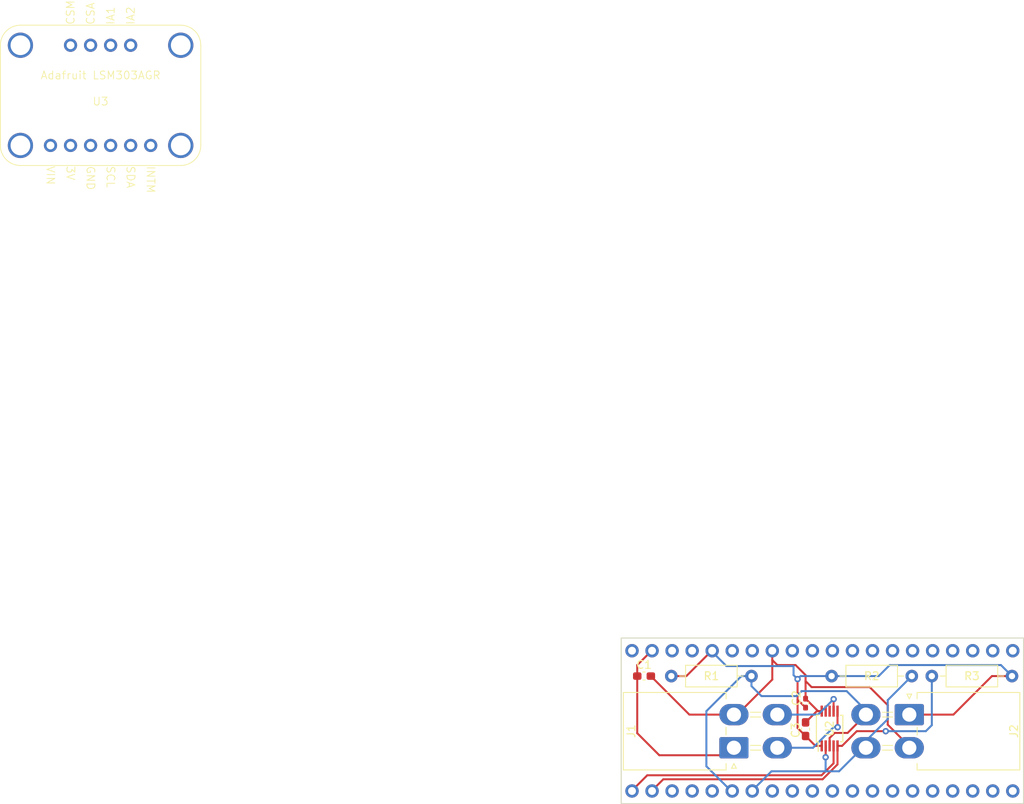
<source format=kicad_pcb>
(kicad_pcb (version 20221018) (generator pcbnew)
  (layers (0 "F.Cu" signal) (31 "B.Cu" signal) (34 "B.Paste" user) (35 "F.Paste" user) (36 "B.SilkS" user "B.Silkscreen") (37 "F.SilkS" user "F.Silkscreen") (38 "B.Mask" user) (39 "F.Mask" user) (44 "Edge.Cuts" user))
  (net 0 "")
  (net 1 "Net-(U1-GP0)")
  (net 2 "Net-(U1-GP1)")
  (net 6 "/SDA")
  (net 7 "/SCL")
  (net 33 "GND")
  (net 36 "/+3V3_2")
  (net 39 "/+3V3")
  (net 41 "/JoystickX")
  (net 42 "/JoystickY")
  (footprint "Resistor_THT:R_Axial_DIN0207_L6.3mm_D2.5mm_P10.16mm_Horizontal" (layer "F.Cu") (at 118.11 82.55)
    (fp_text reference "R3" (at 5.08 0) (layer "F.SilkS"))
    (fp_text value "100K")
    (fp_line (start 1.04 0) (end 1.81 0) (stroke (width 0.12)) (layer "F.SilkS"))
    (fp_line (start 1.81 -1.37) (end 1.81 1.37) (stroke (width 0.12)) (layer "F.SilkS"))
    (fp_line (start 1.81 1.37) (end 8.35 1.37) (stroke (width 0.12)) (layer "F.SilkS"))
    (fp_line (start 8.35 -1.37) (end 1.81 -1.37) (stroke (width 0.12)) (layer "F.SilkS"))
    (fp_line (start 8.35 1.37) (end 8.35 -1.37) (stroke (width 0.12)) (layer "F.SilkS"))
    (fp_line (start 9.12 0) (end 8.35 0) (stroke (width 0.12)) (layer "F.SilkS"))
    (pad "1" thru_hole circle (at 0 0) (size 1.6 1.6) (drill 0.8) (layers "*.Cu" "*.Mask") (net 2 "Net-(U1-GP1)"))
    (pad "2" thru_hole oval (at 10.16 0) (size 1.6 1.6) (drill 0.8) (layers "*.Cu" "*.Mask") (net 36 "/+3V3_2"))
  )
  (footprint "Connector_Molex:Molex_Mini-Fit_Jr_5569-04A2_2x02_P4.20mm_Horizontal" (layer "F.Cu") (at 115.255 87.435 -90)
    (fp_text reference "J2" (at 2.1 -13.269 90) (layer "F.SilkS"))
    (fp_text value "Magnetometer")
    (fp_line (start -2.81 -14.01) (end 2.1 -14.01) (stroke (width 0.12)) (layer "F.SilkS"))
    (fp_line (start -2.81 -0.99) (end -2.81 -14.01) (stroke (width 0.12)) (layer "F.SilkS"))
    (fp_line (start -2.6 -0.3) (end -2 0) (stroke (width 0.12)) (layer "F.SilkS"))
    (fp_line (start -2.6 0.3) (end -2.6 -0.3) (stroke (width 0.12)) (layer "F.SilkS"))
    (fp_line (start -2 -0.99) (end -2.81 -0.99) (stroke (width 0.12)) (layer "F.SilkS"))
    (fp_line (start -2 0) (end -2.6 0.3) (stroke (width 0.12)) (layer "F.SilkS"))
    (fp_line (start -0.3 2.11) (end -0.3 3.39) (stroke (width 0.12)) (layer "F.SilkS"))
    (fp_line (start 0.3 2.11) (end 0.3 3.39) (stroke (width 0.12)) (layer "F.SilkS"))
    (fp_line (start 1.61 -1) (end 2.59 -1) (stroke (width 0.12)) (layer "F.SilkS"))
    (fp_line (start 3.9 2.11) (end 3.9 3.39) (stroke (width 0.12)) (layer "F.SilkS"))
    (fp_line (start 4.5 2.11) (end 4.5 3.39) (stroke (width 0.12)) (layer "F.SilkS"))
    (fp_line (start 6.2 -0.99) (end 7.01 -0.99) (stroke (width 0.12)) (layer "F.SilkS"))
    (fp_line (start 7.01 -14.01) (end 2.1 -14.01) (stroke (width 0.12)) (layer "F.SilkS"))
    (fp_line (start 7.01 -0.99) (end 7.01 -14.01) (stroke (width 0.12)) (layer "F.SilkS"))
    (pad "" np_thru_hole circle (at 2.1 -7.3 270) (size 3 3) (drill 3) (layers "*.Cu" "*.Mask"))
    (pad "1" thru_hole roundrect (at 0 0 270) (size 2.7 3.7) (drill 1.8) (layers "*.Cu" "*.Mask") (roundrect_rratio 0.092593) (net 36 "/+3V3_2"))
    (pad "2" thru_hole oval (at 4.2 0 270) (size 2.7 3.7) (drill 1.8) (layers "*.Cu" "*.Mask") (net 33 "GND"))
    (pad "3" thru_hole oval (at 0 5.5 270) (size 2.7 3.7) (drill 1.8) (layers "*.Cu" "*.Mask") (net 6 "/SDA"))
    (pad "4" thru_hole oval (at 4.2 5.5 270) (size 2.7 3.7) (drill 1.8) (layers "*.Cu" "*.Mask") (net 7 "/SCL"))
  )
  (footprint "Capacitor_SMD:C_0603_1608Metric_Pad1.08x0.95mm_HandSolder" (layer "F.Cu") (at 102.108 89.281 -90)
    (fp_text reference "C3" (at 0.127 1.27 90) (layer "F.SilkS"))
    (fp_text value "10u")
    (fp_line (start -0.146267 -0.51) (end 0.146267 -0.51) (stroke (width 0.12)) (layer "F.SilkS"))
    (fp_line (start -0.146267 0.51) (end 0.146267 0.51) (stroke (width 0.12)) (layer "F.SilkS"))
    (pad "1" smd roundrect (at -0.8625 0 270) (size 1.075 0.95) (layers "F.Cu" "F.Paste" "F.Mask") (net 33 "GND"))
    (pad "2" smd roundrect (at 0.8625 0 270) (size 1.075 0.95) (layers "F.Cu" "F.Paste" "F.Mask") (net 36 "/+3V3_2"))
  )
  (footprint "custom_parts:adafruit_lsm303agr" (layer "F.Cu") (at 12.75 10.21)
    (fp_text reference "U3" (at 0 -0.5 unlocked) (layer "F.SilkS") (effects (font (thickness 0.1))))
    (fp_text value "~")
    (fp_text user "Adafruit LSM303AGR" (at 0 -3.81 unlocked) (layer "F.SilkS") (effects (font (thickness 0.1))))
    (fp_text user "SDA" (at 3.81 7.62 270 unlocked) (layer "F.SilkS") (effects (font (thickness 0.1)) (justify left)))
    (fp_text user "IA1" (at 1.27 -10.16 90 unlocked) (layer "F.SilkS") (effects (font (thickness 0.1)) (justify left)))
    (fp_text user "SCL" (at 1.27 7.62 270 unlocked) (layer "F.SilkS") (effects (font (thickness 0.1)) (justify left)))
    (fp_text user "GND" (at -1.27 7.62 270 unlocked) (layer "F.SilkS") (effects (font (thickness 0.1)) (justify left)))
    (fp_text user "VIN" (at -6.35 7.62 270 unlocked) (layer "F.SilkS") (effects (font (thickness 0.1)) (justify left)))
    (fp_text user "INTM" (at 6.35 7.62 270 unlocked) (layer "F.SilkS") (effects (font (thickness 0.1)) (justify left)))
    (fp_text user "CSM" (at -3.81 -10.16 90 unlocked) (layer "F.SilkS") (effects (font (thickness 0.1)) (justify left)))
    (fp_text user "IA2" (at 3.81 -10.16 90 unlocked) (layer "F.SilkS") (effects (font (thickness 0.1)) (justify left)))
    (fp_text user "CSA" (at -1.27 -10.16 90 unlocked) (layer "F.SilkS") (effects (font (thickness 0.1)) (justify left)))
    (fp_text user "3V" (at -3.81 7.62 270 unlocked) (layer "F.SilkS") (effects (font (thickness 0.1)) (justify left)))
    (fp_line (start -12.7 5.08) (end -12.7 -7.62) (stroke (width 0.1)) (layer "F.SilkS"))
    (fp_line (start -10.16 -10.16) (end 10.16 -10.16) (stroke (width 0.1)) (layer "F.SilkS"))
    (fp_line (start -10.16 7.62) (end 10.16 7.62) (stroke (width 0.1)) (layer "F.SilkS"))
    (fp_line (start 12.7 5.08) (end 12.7 -7.62) (stroke (width 0.1)) (layer "F.SilkS"))
    (fp_arc (start -12.7 -7.62) (mid -11.956051 -9.416051) (end -10.16 -10.16) (stroke (width 0.1)) (layer "F.SilkS"))
    (fp_arc (start -10.16 7.62) (mid -11.956051 6.876051) (end -12.7 5.08) (stroke (width 0.1)) (layer "F.SilkS"))
    (fp_arc (start 10.16 -10.16) (mid 11.956051 -9.416051) (end 12.7 -7.62) (stroke (width 0.1)) (layer "F.SilkS"))
    (fp_arc (start 12.7 5.08) (mid 11.956051 6.876051) (end 10.16 7.62) (stroke (width 0.1)) (layer "F.SilkS"))
    (pad "" thru_hole circle (at -10.16 -7.62) (size 3.2 3.2) (drill 2.5) (layers "*.Cu" "*.Mask"))
    (pad "" thru_hole circle (at -10.16 5.08) (size 3.2 3.2) (drill 2.5) (layers "*.Cu" "*.Mask"))
    (pad "" thru_hole circle (at 10.16 -7.62) (size 3.2 3.2) (drill 2.5) (layers "*.Cu" "*.Mask"))
    (pad "" thru_hole circle (at 10.16 5.08) (size 3.2 3.2) (drill 2.5) (layers "*.Cu" "*.Mask"))
    (pad "0" thru_hole circle (at -3.81 -7.62 90) (size 1.6764 1.6764) (drill 1) (layers "*.Cu" "*.Mask"))
    (pad "1" thru_hole circle (at -1.27 -7.62 90) (size 1.6764 1.6764) (drill 1) (layers "*.Cu" "*.Mask"))
    (pad "2" thru_hole circle (at 1.27 -7.62 90) (size 1.6764 1.6764) (drill 1) (layers "*.Cu" "*.Mask"))
    (pad "3" thru_hole circle (at 3.81 -7.62 90) (size 1.6764 1.6764) (drill 1) (layers "*.Cu" "*.Mask"))
    (pad "4" thru_hole circle (at -6.35 5.08 90) (size 1.6764 1.6764) (drill 1) (layers "*.Cu" "*.Mask"))
    (pad "5" thru_hole circle (at -3.81 5.08 90) (size 1.6764 1.6764) (drill 1) (layers "*.Cu" "*.Mask"))
    (pad "6" thru_hole circle (at -1.27 5.08 90) (size 1.6764 1.6764) (drill 1) (layers "*.Cu" "*.Mask"))
    (pad "7" thru_hole circle (at 1.27 5.08 90) (size 1.6764 1.6764) (drill 1) (layers "*.Cu" "*.Mask"))
    (pad "8" thru_hole circle (at 3.81 5.08 90) (size 1.6764 1.6764) (drill 1) (layers "*.Cu" "*.Mask"))
    (pad "9" thru_hole circle (at 6.35 5.08 90) (size 1.6764 1.6764) (drill 1) (layers "*.Cu" "*.Mask"))
  )
  (footprint "Connector_Molex:Molex_Mini-Fit_Jr_5569-04A2_2x02_P4.20mm_Horizontal" (layer "F.Cu") (at 93.025 91.635 90)
    (fp_text reference "J1" (at 2.1 -13.015 90) (layer "F.SilkS"))
    (fp_text value "Power/Signal Out")
    (fp_line (start -2.81 -14.01) (end 2.1 -14.01) (stroke (width 0.12)) (layer "F.SilkS"))
    (fp_line (start -2.81 -0.99) (end -2.81 -14.01) (stroke (width 0.12)) (layer "F.SilkS"))
    (fp_line (start -2.6 -0.3) (end -2 0) (stroke (width 0.12)) (layer "F.SilkS"))
    (fp_line (start -2.6 0.3) (end -2.6 -0.3) (stroke (width 0.12)) (layer "F.SilkS"))
    (fp_line (start -2 -0.99) (end -2.81 -0.99) (stroke (width 0.12)) (layer "F.SilkS"))
    (fp_line (start -2 0) (end -2.6 0.3) (stroke (width 0.12)) (layer "F.SilkS"))
    (fp_line (start -0.3 2.11) (end -0.3 3.39) (stroke (width 0.12)) (layer "F.SilkS"))
    (fp_line (start 0.3 2.11) (end 0.3 3.39) (stroke (width 0.12)) (layer "F.SilkS"))
    (fp_line (start 1.61 -1) (end 2.59 -1) (stroke (width 0.12)) (layer "F.SilkS"))
    (fp_line (start 3.9 2.11) (end 3.9 3.39) (stroke (width 0.12)) (layer "F.SilkS"))
    (fp_line (start 4.5 2.11) (end 4.5 3.39) (stroke (width 0.12)) (layer "F.SilkS"))
    (fp_line (start 6.2 -0.99) (end 7.01 -0.99) (stroke (width 0.12)) (layer "F.SilkS"))
    (fp_line (start 7.01 -14.01) (end 2.1 -14.01) (stroke (width 0.12)) (layer "F.SilkS"))
    (fp_line (start 7.01 -0.99) (end 7.01 -14.01) (stroke (width 0.12)) (layer "F.SilkS"))
    (pad "" np_thru_hole circle (at 2.1 -7.3 90) (size 3 3) (drill 3) (layers "*.Cu" "*.Mask"))
    (pad "1" thru_hole roundrect (at 0 0 90) (size 2.7 3.7) (drill 1.8) (layers "*.Cu" "*.Mask") (roundrect_rratio 0.092593) (net 39 "/+3V3"))
    (pad "2" thru_hole oval (at 4.2 0 90) (size 2.7 3.7) (drill 1.8) (layers "*.Cu" "*.Mask") (net 33 "GND"))
    (pad "3" thru_hole oval (at 0 5.5 90) (size 2.7 3.7) (drill 1.8) (layers "*.Cu" "*.Mask") (net 41 "/JoystickX"))
    (pad "4" thru_hole oval (at 4.2 5.5 90) (size 2.7 3.7) (drill 1.8) (layers "*.Cu" "*.Mask") (net 42 "/JoystickY"))
  )
  (footprint "Resistor_THT:R_Axial_DIN0207_L6.3mm_D2.5mm_P10.16mm_Horizontal" (layer "F.Cu") (at 105.41 82.55)
    (fp_text reference "R2" (at 5.08 0) (layer "F.SilkS"))
    (fp_text value "4K7")
    (fp_line (start 1.04 0) (end 1.81 0) (stroke (width 0.12)) (layer "F.SilkS"))
    (fp_line (start 1.81 -1.37) (end 1.81 1.37) (stroke (width 0.12)) (layer "F.SilkS"))
    (fp_line (start 1.81 1.37) (end 8.35 1.37) (stroke (width 0.12)) (layer "F.SilkS"))
    (fp_line (start 8.35 -1.37) (end 1.81 -1.37) (stroke (width 0.12)) (layer "F.SilkS"))
    (fp_line (start 8.35 1.37) (end 8.35 -1.37) (stroke (width 0.12)) (layer "F.SilkS"))
    (fp_line (start 9.12 0) (end 8.35 0) (stroke (width 0.12)) (layer "F.SilkS"))
    (pad "1" thru_hole circle (at 0 0) (size 1.6 1.6) (drill 0.8) (layers "*.Cu" "*.Mask") (net 36 "/+3V3_2"))
    (pad "2" thru_hole oval (at 10.16 0) (size 1.6 1.6) (drill 0.8) (layers "*.Cu" "*.Mask") (net 7 "/SCL"))
  )
  (footprint "Capacitor_SMD:C_0402_1005Metric_Pad0.74x0.62mm_HandSolder" (layer "F.Cu") (at 102.108 85.979 90)
    (fp_text reference "C2" (at 0.635 -1.16 90) (layer "F.SilkS"))
    (fp_text value "0.1u")
    (fp_line (start -0.115835 -0.36) (end 0.115835 -0.36) (stroke (width 0.12)) (layer "F.SilkS"))
    (fp_line (start -0.115835 0.36) (end 0.115835 0.36) (stroke (width 0.12)) (layer "F.SilkS"))
    (pad "1" smd roundrect (at -0.5675 0 90) (size 0.735 0.62) (layers "F.Cu" "F.Paste" "F.Mask") (net 36 "/+3V3_2"))
    (pad "2" smd roundrect (at 0.5675 0 90) (size 0.735 0.62) (layers "F.Cu" "F.Paste" "F.Mask") (net 33 "GND"))
  )
  (footprint "Capacitor_SMD:C_0603_1608Metric_Pad1.08x0.95mm_HandSolder" (layer "F.Cu") (at 81.6345 82.55)
    (fp_text reference "C1" (at 0 -1.43) (layer "F.SilkS"))
    (fp_text value "10u")
    (fp_line (start -0.146267 -0.51) (end 0.146267 -0.51) (stroke (width 0.12)) (layer "F.SilkS"))
    (fp_line (start -0.146267 0.51) (end 0.146267 0.51) (stroke (width 0.12)) (layer "F.SilkS"))
    (pad "1" smd roundrect (at -0.8625 0) (size 1.075 0.95) (layers "F.Cu" "F.Paste" "F.Mask") (net 39 "/+3V3"))
    (pad "2" smd roundrect (at 0.8625 0) (size 1.075 0.95) (layers "F.Cu" "F.Paste" "F.Mask") (net 33 "GND"))
  )
  (footprint "Package_SO:MSOP-10_3x3mm_P0.5mm" (layer "F.Cu") (at 105.156 89.195 90)
    (fp_text reference "U2" (at 0 0 90) (layer "F.SilkS"))
    (fp_text value "MCP4728")
    (fp_line (start -1.675 -1.675) (end -1.675 -1.45) (stroke (width 0.15)) (layer "F.SilkS"))
    (fp_line (start -1.675 -1.675) (end 1.675 -1.675) (stroke (width 0.15)) (layer "F.SilkS"))
    (fp_line (start -1.675 -1.45) (end -2.9 -1.45) (stroke (width 0.15)) (layer "F.SilkS"))
    (fp_line (start -1.675 1.675) (end -1.675 1.375) (stroke (width 0.15)) (layer "F.SilkS"))
    (fp_line (start -1.675 1.675) (end 1.675 1.675) (stroke (width 0.15)) (layer "F.SilkS"))
    (fp_line (start 1.675 -1.675) (end 1.675 -1.375) (stroke (width 0.15)) (layer "F.SilkS"))
    (fp_line (start 1.675 1.675) (end 1.675 1.375) (stroke (width 0.15)) (layer "F.SilkS"))
    (pad "1" smd rect (at -2.2 -1 90) (size 1.4 0.3) (layers "F.Cu" "F.Paste" "F.Mask") (net 36 "/+3V3_2"))
    (pad "2" smd rect (at -2.2 -0.5 90) (size 1.4 0.3) (layers "F.Cu" "F.Paste" "F.Mask") (net 7 "/SCL"))
    (pad "3" smd rect (at -2.2 0 90) (size 1.4 0.3) (layers "F.Cu" "F.Paste" "F.Mask") (net 6 "/SDA"))
    (pad "4" smd rect (at -2.2 0.5 90) (size 1.4 0.3) (layers "F.Cu" "F.Paste" "F.Mask") (net 1 "Net-(U1-GP0)"))
    (pad "5" smd rect (at -2.2 1 90) (size 1.4 0.3) (layers "F.Cu" "F.Paste" "F.Mask") (net 2 "Net-(U1-GP1)"))
    (pad "6" smd rect (at 2.2 1 90) (size 1.4 0.3) (layers "F.Cu" "F.Paste" "F.Mask") (net 41 "/JoystickX"))
    (pad "7" smd rect (at 2.2 0.5 90) (size 1.4 0.3) (layers "F.Cu" "F.Paste" "F.Mask") (net 42 "/JoystickY"))
    (pad "8" smd rect (at 2.2 0 90) (size 1.4 0.3) (layers "F.Cu" "F.Paste" "F.Mask"))
    (pad "9" smd rect (at 2.2 -0.5 90) (size 1.4 0.3) (layers "F.Cu" "F.Paste" "F.Mask"))
    (pad "10" smd rect (at 2.2 -1 90) (size 1.4 0.3) (layers "F.Cu" "F.Paste" "F.Mask") (net 33 "GND"))
  )
  (footprint "custom_parts:raspberry_pi_pico" (layer "F.Cu") (at 103.028 88.606)
    (fp_text reference "U1" hide)
    (fp_text value "raspberry_pi_pico")
    (fp_rect (start -24.288 -10.882) (end 26.712 10.118) (stroke (width 0.12)) (fill none) (layer "F.SilkS"))
    (pad "1" thru_hole circle (at -22.918 8.508 270) (size 1.7 1.7) (drill 1) (layers "*.Cu" "*.Mask") (net 1 "Net-(U1-GP0)"))
    (pad "2" thru_hole circle (at -20.378 8.508 270) (size 1.7 1.7) (drill 1) (layers "*.Cu" "*.Mask") (net 2 "Net-(U1-GP1)"))
    (pad "3" thru_hole circle (at -17.838 8.508 270) (size 1.7 1.7) (drill 1) (layers "*.Cu" "*.Mask"))
    (pad "4" thru_hole circle (at -15.298 8.508 270) (size 1.7 1.7) (drill 1) (layers "*.Cu" "*.Mask"))
    (pad "5" thru_hole circle (at -12.758 8.508 270) (size 1.7 1.7) (drill 1) (layers "*.Cu" "*.Mask"))
    (pad "6" thru_hole circle (at -10.218 8.508 270) (size 1.7 1.7) (drill 1) (layers "*.Cu" "*.Mask") (net 6 "/SDA"))
    (pad "7" thru_hole circle (at -7.678 8.508 270) (size 1.7 1.7) (drill 1) (layers "*.Cu" "*.Mask") (net 7 "/SCL"))
    (pad "8" thru_hole circle (at -5.138 8.508 270) (size 1.7 1.7) (drill 1) (layers "*.Cu" "*.Mask"))
    (pad "9" thru_hole circle (at -2.598 8.508 270) (size 1.7 1.7) (drill 1) (layers "*.Cu" "*.Mask"))
    (pad "10" thru_hole circle (at -0.058 8.508 270) (size 1.7 1.7) (drill 1) (layers "*.Cu" "*.Mask"))
    (pad "11" thru_hole circle (at 2.482 8.508 270) (size 1.7 1.7) (drill 1) (layers "*.Cu" "*.Mask"))
    (pad "12" thru_hole circle (at 5.022 8.508 270) (size 1.7 1.7) (drill 1) (layers "*.Cu" "*.Mask"))
    (pad "13" thru_hole circle (at 7.562 8.508 270) (size 1.7 1.7) (drill 1) (layers "*.Cu" "*.Mask"))
    (pad "14" thru_hole circle (at 10.102 8.508 270) (size 1.7 1.7) (drill 1) (layers "*.Cu" "*.Mask"))
    (pad "15" thru_hole circle (at 12.642 8.508 270) (size 1.7 1.7) (drill 1) (layers "*.Cu" "*.Mask"))
    (pad "16" thru_hole circle (at 15.182 8.508 270) (size 1.7 1.7) (drill 1) (layers "*.Cu" "*.Mask"))
    (pad "17" thru_hole circle (at 17.722 8.508 270) (size 1.7 1.7) (drill 1) (layers "*.Cu" "*.Mask"))
    (pad "18" thru_hole circle (at 20.262 8.508 270) (size 1.7 1.7) (drill 1) (layers "*.Cu" "*.Mask"))
    (pad "19" thru_hole circle (at 22.802 8.508 270) (size 1.7 1.7) (drill 1) (layers "*.Cu" "*.Mask"))
    (pad "20" thru_hole circle (at 25.342 8.508 270) (size 1.7 1.7) (drill 1) (layers "*.Cu" "*.Mask"))
    (pad "21" thru_hole circle (at 25.342 -9.272 270) (size 1.7 1.7) (drill 1) (layers "*.Cu" "*.Mask"))
    (pad "22" thru_hole circle (at 22.802 -9.272 270) (size 1.7 1.7) (drill 1) (layers "*.Cu" "*.Mask"))
    (pad "23" thru_hole circle (at 20.262 -9.272 270) (size 1.7 1.7) (drill 1) (layers "*.Cu" "*.Mask"))
    (pad "24" thru_hole circle (at 17.722 -9.272 270) (size 1.7 1.7) (drill 1) (layers "*.Cu" "*.Mask"))
    (pad "25" thru_hole circle (at 15.182 -9.272 270) (size 1.7 1.7) (drill 1) (layers "*.Cu" "*.Mask"))
    (pad "26" thru_hole circle (at 12.642 -9.272 270) (size 1.7 1.7) (drill 1) (layers "*.Cu" "*.Mask"))
    (pad "27" thru_hole circle (at 10.102 -9.272 270) (size 1.7 1.7) (drill 1) (layers "*.Cu" "*.Mask"))
    (pad "28" thru_hole circle (at 7.562 -9.272 270) (size 1.7 1.7) (drill 1) (layers "*.Cu" "*.Mask"))
    (pad "29" thru_hole circle (at 5.022 -9.272 270) (size 1.7 1.7) (drill 1) (layers "*.Cu" "*.Mask"))
    (pad "30" thru_hole circle (at 2.482 -9.272 270) (size 1.7 1.7) (drill 1) (layers "*.Cu" "*.Mask"))
    (pad "31" thru_hole circle (at -0.058 -9.272 270) (size 1.7 1.7) (drill 1) (layers "*.Cu" "*.Mask"))
    (pad "32" thru_hole circle (at -2.598 -9.272 270) (size 1.7 1.7) (drill 1) (layers "*.Cu" "*.Mask"))
    (pad "33" thru_hole circle (at -5.138 -9.272 270) (size 1.7 1.7) (drill 1) (layers "*.Cu" "*.Mask") (net 33 "GND"))
    (pad "34" thru_hole circle (at -7.678 -9.272 270) (size 1.7 1.7) (drill 1) (layers "*.Cu" "*.Mask"))
    (pad "35" thru_hole circle (at -10.218 -9.272 270) (size 1.7 1.7) (drill 1) (layers "*.Cu" "*.Mask"))
    (pad "36" thru_hole circle (at -12.758 -9.272 270) (size 1.7 1.7) (drill 1) (layers "*.Cu" "*.Mask") (net 36 "/+3V3_2"))
    (pad "37" thru_hole circle (at -15.298 -9.272 270) (size 1.7 1.7) (drill 1) (layers "*.Cu" "*.Mask"))
    (pad "38" thru_hole circle (at -17.838 -9.272 270) (size 1.7 1.7) (drill 1) (layers "*.Cu" "*.Mask"))
    (pad "39" thru_hole circle (at -20.378 -9.272 270) (size 1.7 1.7) (drill 1) (layers "*.Cu" "*.Mask") (net 39 "/+3V3"))
    (pad "40" thru_hole circle (at -22.918 -9.272 270) (size 1.7 1.7) (drill 1) (layers "*.Cu" "*.Mask"))
  )
  (footprint "Resistor_THT:R_Axial_DIN0207_L6.3mm_D2.5mm_P10.16mm_Horizontal" (layer "F.Cu") (at 85.09 82.55)
    (fp_text reference "R1" (at 5.08 0) (layer "F.SilkS"))
    (fp_text value "4K7")
    (fp_line (start 1.04 0) (end 1.81 0) (stroke (width 0.12)) (layer "F.SilkS"))
    (fp_line (start 1.81 -1.37) (end 1.81 1.37) (stroke (width 0.12)) (layer "F.SilkS"))
    (fp_line (start 1.81 1.37) (end 8.35 1.37) (stroke (width 0.12)) (layer "F.SilkS"))
    (fp_line (start 8.35 -1.37) (end 1.81 -1.37) (stroke (width 0.12)) (layer "F.SilkS"))
    (fp_line (start 8.35 1.37) (end 8.35 -1.37) (stroke (width 0.12)) (layer "F.SilkS"))
    (fp_line (start 9.12 0) (end 8.35 0) (stroke (width 0.12)) (layer "F.SilkS"))
    (pad "1" thru_hole circle (at 0 0) (size 1.6 1.6) (drill 0.8) (layers "*.Cu" "*.Mask") (net 36 "/+3V3_2"))
    (pad "2" thru_hole oval (at 10.16 0) (size 1.6 1.6) (drill 0.8) (layers "*.Cu" "*.Mask") (net 6 "/SDA"))
  )
  (gr_rect (start 78.74 77.724) (end 129.74 98.724) (stroke (width 0.1)) (fill none) (layer "Edge.Cuts"))
  (segment (start 105.656 91.395) (end 105.656 93.607) (width 0.25) (layer "F.Cu") (net 1))
  (segment (start 104.14 95.123) (end 82.042 95.123) (width 0.25) (layer "F.Cu") (net 1))
  (segment (start 105.656 93.607) (end 104.14 95.123) (width 0.25) (layer "F.Cu") (net 1))
  (segment (start 82.042 95.123) (end 80.01 97.155) (width 0.25) (layer "F.Cu") (net 1))
  (segment (start 84.074 95.631) (end 82.55 97.155) (width 0.25) (layer "F.Cu") (net 2))
  (segment (start 106.735096 91.395) (end 106.156 91.395) (width 0.25) (layer "F.Cu") (net 2))
  (segment (start 106.156 93.743396) (end 104.268396 95.631) (width 0.25) (layer "F.Cu") (net 2))
  (segment (start 112.268 89.535) (end 108.595096 89.535) (width 0.25) (layer "F.Cu") (net 2))
  (segment (start 108.595096 89.535) (end 106.735096 91.395) (width 0.25) (layer "F.Cu") (net 2))
  (segment (start 106.156 91.395) (end 106.156 93.743396) (width 0.25) (layer "F.Cu") (net 2))
  (segment (start 104.268396 95.631) (end 84.074 95.631) (width 0.25) (layer "F.Cu") (net 2))
  (via (at 112.268 89.535) (size 0.8) (drill 0.4) (layers "F.Cu" "B.Cu") (net 2))
  (segment (start 118.11 88.773) (end 118.11 82.55) (width 0.25) (layer "B.Cu") (net 2))
  (segment (start 112.268 89.535) (end 117.348 89.535) (width 0.25) (layer "B.Cu") (net 2))
  (segment (start 117.348 89.535) (end 118.11 88.773) (width 0.25) (layer "B.Cu") (net 2))
  (segment (start 105.156 91.395) (end 105.156 90.395) (width 0.25) (layer "F.Cu") (net 6))
  (segment (start 105.799 89.752) (end 107.438 89.752) (width 0.25) (layer "F.Cu") (net 6))
  (segment (start 105.156 90.395) (end 105.799 89.752) (width 0.25) (layer "F.Cu") (net 6))
  (segment (start 107.438 89.752) (end 109.755 87.435) (width 0.25) (layer "F.Cu") (net 6))
  (segment (start 95.25 83.82) (end 96.52 85.09) (width 0.25) (layer "B.Cu") (net 6))
  (segment (start 107.315 84.455) (end 109.335 86.475) (width 0.25) (layer "B.Cu") (net 6))
  (segment (start 89.535 86.995) (end 89.535 93.98) (width 0.25) (layer "B.Cu") (net 6))
  (segment (start 93.98 82.55) (end 89.535 86.995) (width 0.25) (layer "B.Cu") (net 6))
  (segment (start 96.52 85.09) (end 100.965 85.09) (width 0.25) (layer "B.Cu") (net 6))
  (segment (start 95.25 82.55) (end 95.25 83.82) (width 0.25) (layer "B.Cu") (net 6))
  (segment (start 101.6 84.455) (end 107.315 84.455) (width 0.25) (layer "B.Cu") (net 6))
  (segment (start 100.965 85.09) (end 101.6 84.455) (width 0.25) (layer "B.Cu") (net 6))
  (segment (start 109.335 86.475) (end 109.335 87.435) (width 0.25) (layer "B.Cu") (net 6))
  (segment (start 89.535 93.98) (end 92.71 97.155) (width 0.25) (layer "B.Cu") (net 6))
  (segment (start 95.25 82.55) (end 93.98 82.55) (width 0.25) (layer "B.Cu") (net 6))
  (segment (start 104.656 92.829) (end 104.648 92.837) (width 0.25) (layer "F.Cu") (net 7))
  (segment (start 104.656 91.395) (end 104.656 92.829) (width 0.25) (layer "F.Cu") (net 7))
  (via (at 104.648 92.837) (size 0.8) (drill 0.4) (layers "F.Cu" "B.Cu") (net 7))
  (segment (start 112.522 88.011) (end 111.723 88.81) (width 0.25) (layer "B.Cu") (net 7))
  (segment (start 109.335 91.635) (end 106.355 94.615) (width 0.25) (layer "B.Cu") (net 7))
  (segment (start 97.79 94.615) (end 95.25 97.155) (width 0.25) (layer "B.Cu") (net 7))
  (segment (start 109.755 90.768695) (end 109.755 91.635) (width 0.25) (layer "B.Cu") (net 7))
  (segment (start 111.723 88.81) (end 111.713695 88.81) (width 0.25) (layer "B.Cu") (net 7))
  (segment (start 104.648 92.837) (end 104.648 94.615) (width 0.25) (layer "B.Cu") (net 7))
  (segment (start 106.355 94.615) (end 104.648 94.615) (width 0.25) (layer "B.Cu") (net 7))
  (segment (start 115.57 82.55) (end 112.522 85.598) (width 0.25) (layer "B.Cu") (net 7))
  (segment (start 111.713695 88.81) (end 109.755 90.768695) (width 0.25) (layer "B.Cu") (net 7))
  (segment (start 112.522 85.598) (end 112.522 88.011) (width 0.25) (layer "B.Cu") (net 7))
  (segment (start 104.648 94.615) (end 97.79 94.615) (width 0.25) (layer "B.Cu") (net 7))
  (segment (start 102.108 82.423) (end 100.838 81.153) (width 0.25) (layer "F.Cu") (net 33))
  (segment (start 115.255 91.4435) (end 115.255 91.635) (width 0.25) (layer "F.Cu") (net 33))
  (segment (start 97.89 81.053) (end 97.89 80.518) (width 0.25) (layer "F.Cu") (net 33))
  (segment (start 102.108 83.185) (end 102.108 82.423) (width 0.25) (layer "F.Cu") (net 33))
  (segment (start 104.045 86.995) (end 103.5315 86.995) (width 0.25) (layer "F.Cu") (net 33))
  (segment (start 103.6915 86.995) (end 104.156 86.995) (width 0.25) (layer "F.Cu") (net 33))
  (segment (start 102.108 83.185) (end 102.87 83.947) (width 0.25) (layer "F.Cu") (net 33))
  (segment (start 97.89 82.99) (end 93.445 87.435) (width 0.25) (layer "F.Cu") (net 33))
  (segment (start 87.382 87.435) (end 93.025 87.435) (width 0.25) (layer "F.Cu") (net 33))
  (segment (start 103.5315 86.995) (end 102.108 88.4185) (width 0.25) (layer "F.Cu") (net 33))
  (segment (start 102.87 83.947) (end 110.236 83.947) (width 0.25) (layer "F.Cu") (net 33))
  (segment (start 112.522 86.233) (end 112.522 88.7105) (width 0.25) (layer "F.Cu") (net 33))
  (segment (start 110.236 83.947) (end 112.522 86.233) (width 0.25) (layer "F.Cu") (net 33))
  (segment (start 102.108 85.4115) (end 103.6915 86.995) (width 0.25) (layer "F.Cu") (net 33))
  (segment (start 112.522 88.7105) (end 115.255 91.4435) (width 0.25) (layer "F.Cu") (net 33))
  (segment (start 82.497 82.55) (end 87.382 87.435) (width 0.25) (layer "F.Cu") (net 33))
  (segment (start 98.525 81.153) (end 97.89 80.518) (width 0.25) (layer "F.Cu") (net 33))
  (segment (start 97.89 80.518) (end 97.89 79.475) (width 0.25) (layer "F.Cu") (net 33))
  (segment (start 100.838 81.153) (end 98.525 81.153) (width 0.25) (layer "F.Cu") (net 33))
  (segment (start 102.108 85.4115) (end 102.108 83.185) (width 0.25) (layer "F.Cu") (net 33))
  (segment (start 97.89 81.053) (end 97.89 82.99) (width 0.25) (layer "F.Cu") (net 33))
  (segment (start 103.3595 91.395) (end 104.156 91.395) (width 0.25) (layer "F.Cu") (net 36))
  (segment (start 101.092 85.5305) (end 102.108 86.5465) (width 0.25) (layer "F.Cu") (net 36))
  (segment (start 101.092 85.5305) (end 101.092 89.1275) (width 0.25) (layer "F.Cu") (net 36))
  (segment (start 120.845 87.435) (end 125.73 82.55) (width 0.25) (layer "F.Cu") (net 36))
  (segment (start 115.255 87.435) (end 120.845 87.435) (width 0.25) (layer "F.Cu") (net 36))
  (segment (start 101.092 89.1275) (end 102.108 90.1435) (width 0.25) (layer "F.Cu") (net 36))
  (segment (start 90.17 79.375) (end 86.995 82.55) (width 0.25) (layer "F.Cu") (net 36))
  (segment (start 86.995 82.55) (end 85.09 82.55) (width 0.25) (layer "F.Cu") (net 36))
  (segment (start 102.108 90.1435) (end 103.3595 91.395) (width 0.25) (layer "F.Cu") (net 36))
  (segment (start 125.73 82.55) (end 128.27 82.55) (width 0.25) (layer "F.Cu") (net 36))
  (segment (start 101.092 82.931) (end 101.092 85.5305) (width 0.25) (layer "F.Cu") (net 36))
  (via (at 101.092 82.931) (size 0.8) (drill 0.4) (layers "F.Cu" "B.Cu") (net 36))
  (segment (start 100.584 82.423) (end 100.584 81.28) (width 0.25) (layer "B.Cu") (net 36))
  (segment (start 126.873 81.153) (end 128.27 82.55) (width 0.25) (layer "B.Cu") (net 36))
  (segment (start 90.17 79.375) (end 92.075 81.28) (width 0.25) (layer "B.Cu") (net 36))
  (segment (start 112.776 81.153) (end 126.873 81.153) (width 0.25) (layer "B.Cu") (net 36))
  (segment (start 101.092 82.931) (end 101.473 82.55) (width 0.25) (layer "B.Cu") (net 36))
  (segment (start 105.41 82.55) (end 111.379 82.55) (width 0.25) (layer "B.Cu") (net 36))
  (segment (start 101.473 82.55) (end 105.41 82.55) (width 0.25) (layer "B.Cu") (net 36))
  (segment (start 111.379 82.55) (end 112.776 81.153) (width 0.25) (layer "B.Cu") (net 36))
  (segment (start 92.075 81.28) (end 100.584 81.28) (width 0.25) (layer "B.Cu") (net 36))
  (segment (start 101.092 82.931) (end 100.584 82.423) (width 0.25) (layer "B.Cu") (net 36))
  (segment (start 83.566 92.583) (end 92.077 92.583) (width 0.25) (layer "F.Cu") (net 39))
  (segment (start 80.772 82.55) (end 80.772 89.789) (width 0.25) (layer "F.Cu") (net 39))
  (segment (start 92.077 92.583) (end 93.025 91.635) (width 0.25) (layer "F.Cu") (net 39))
  (segment (start 80.772 81.153) (end 80.772 82.55) (width 0.25) (layer "F.Cu") (net 39))
  (segment (start 82.55 79.375) (end 80.772 81.153) (width 0.25) (layer "F.Cu") (net 39))
  (segment (start 80.772 89.789) (end 83.566 92.583) (width 0.25) (layer "F.Cu") (net 39))
  (segment (start 106.156 89.011) (end 106.156 86.995) (width 0.25) (layer "F.Cu") (net 41))
  (segment (start 106.172 89.027) (end 106.156 89.011) (width 0.25) (layer "F.Cu") (net 41))
  (via (at 106.172 89.027) (size 0.8) (drill 0.4) (layers "F.Cu" "B.Cu") (net 41))
  (segment (start 106.172 89.027) (end 105.664 89.027) (width 0.25) (layer "B.Cu") (net 41))
  (segment (start 105.664 89.027) (end 103.056 91.635) (width 0.25) (layer "B.Cu") (net 41))
  (segment (start 103.056 91.635) (end 98.525 91.635) (width 0.25) (layer "B.Cu") (net 41))
  (segment (start 105.658667 86.992333) (end 105.658667 85.476333) (width 0.25) (layer "F.Cu") (net 42))
  (segment (start 105.664 85.471) (end 105.656 85.479) (width 0.25) (layer "F.Cu") (net 42))
  (segment (start 105.656 86.995) (end 105.658667 86.992333) (width 0.25) (layer "F.Cu") (net 42))
  (segment (start 105.658667 85.476333) (end 105.664 85.471) (width 0.25) (layer "F.Cu") (net 42))
  (via (at 105.664 85.471) (size 0.8) (drill 0.4) (layers "F.Cu" "B.Cu") (net 42))
  (segment (start 105.664 85.471) (end 103.7 87.435) (width 0.25) (layer "B.Cu") (net 42))
  (segment (start 103.7 87.435) (end 98.525 87.435) (width 0.25) (layer "B.Cu") (net 42))
)
</source>
